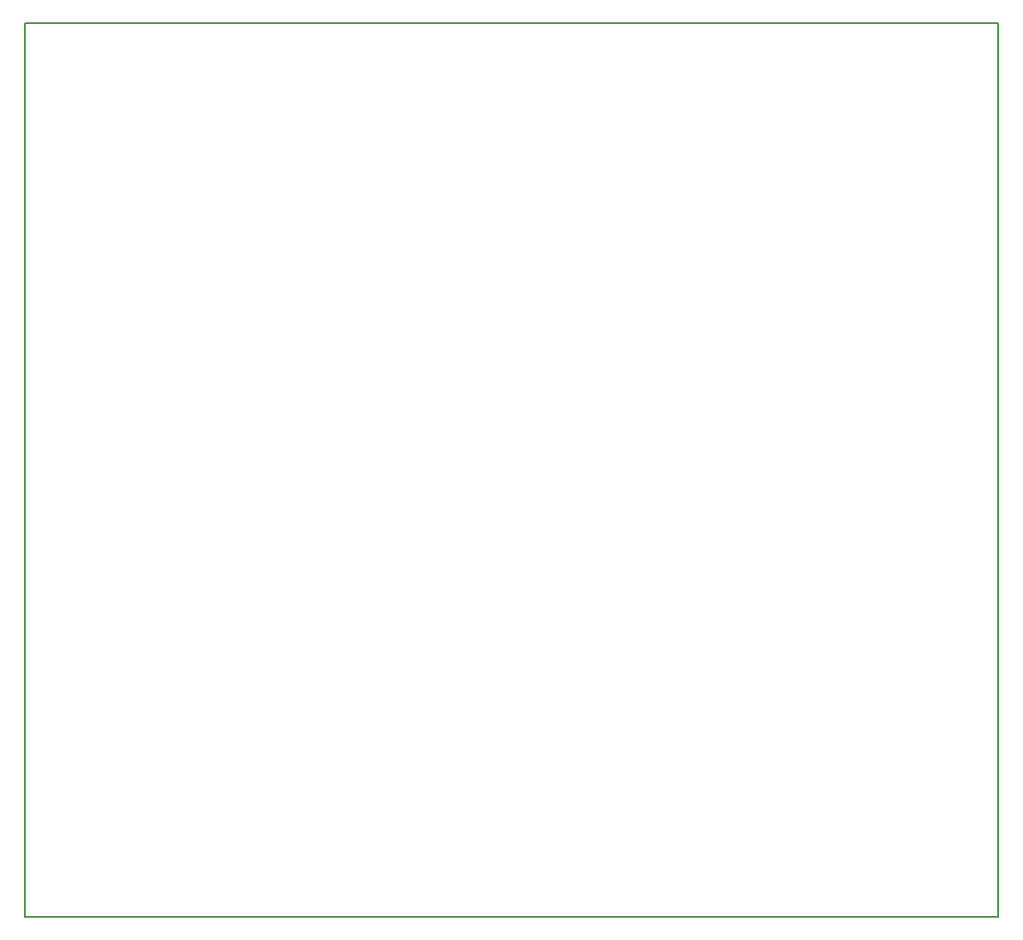
<source format=gbr>
G04 #@! TF.GenerationSoftware,KiCad,Pcbnew,5.0.2*
G04 #@! TF.CreationDate,2019-03-04T19:00:17-06:00*
G04 #@! TF.ProjectId,race timer,72616365-2074-4696-9d65-722e6b696361,rev?*
G04 #@! TF.SameCoordinates,PX6e37550PYe88b40*
G04 #@! TF.FileFunction,Profile,NP*
%FSLAX46Y46*%
G04 Gerber Fmt 4.6, Leading zero omitted, Abs format (unit mm)*
G04 Created by KiCad (PCBNEW 5.0.2) date Mon 04 Mar 2019 19:00:17 CST*
%MOMM*%
%LPD*%
G01*
G04 APERTURE LIST*
%ADD10C,0.150000*%
G04 APERTURE END LIST*
D10*
X0Y0D02*
X-92710000Y0D01*
X-92710000Y0D02*
X-92710000Y-85090000D01*
X0Y-85090000D02*
X0Y0D01*
X-92710000Y-85090000D02*
X0Y-85090000D01*
M02*

</source>
